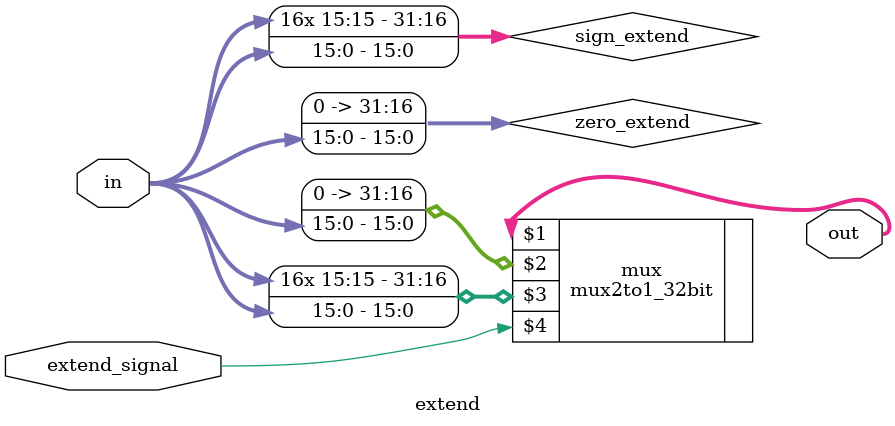
<source format=v>
module extend(output [31:0] out,
				  input [15:0] in,
				  input extend_signal);
	wire [31:0]zero_extend,one_extend,sign_extend;
	wire cout,v;
	
	or(sign_extend[0],in[0],1'b0); or(sign_extend[1],in[1],1'b0); or(sign_extend[2],in[2],1'b0); or(sign_extend[3],in[3],1'b0);
	or(sign_extend[4],in[4],1'b0); or(sign_extend[5],in[5],1'b0); or(sign_extend[6],in[6],1'b0); or(sign_extend[7],in[7],1'b0);
	or(sign_extend[8],in[8],1'b0); or(sign_extend[9],in[9],1'b0); or(sign_extend[10],in[10],1'b0); or(sign_extend[11],in[11],1'b0);
	or(sign_extend[12],in[12],1'b0); or(sign_extend[13],in[13],1'b0); or(sign_extend[14],in[14],1'b0); or(sign_extend[15],in[15],1'b0);
	or(sign_extend[16],in[15],1'b0); or(sign_extend[17],in[15],1'b0); or(sign_extend[18],in[15],1'b0); or(sign_extend[19],in[15],1'b0);
	or(sign_extend[20],in[15],1'b0); or(sign_extend[21],in[15],1'b0); or(sign_extend[22],in[15],1'b0); or(sign_extend[23],in[15],1'b0);
	or(sign_extend[24],in[15],1'b0); or(sign_extend[25],in[15],1'b0); or(sign_extend[26],in[15],1'b0); or(sign_extend[27],in[15],1'b0);
	or(sign_extend[28],in[15],1'b0); or(sign_extend[29],in[15],1'b0); or(sign_extend[30],in[15],1'b0); or(sign_extend[31],in[15],1'b0);
	
	or(zero_extend[0],in[0],1'b0); or(zero_extend[1],in[1],1'b0); or(zero_extend[2],in[2],1'b0); or(zero_extend[3],in[3],1'b0);
	or(zero_extend[4],in[4],1'b0); or(zero_extend[5],in[5],1'b0); or(zero_extend[6],in[6],1'b0); or(zero_extend[7],in[7],1'b0);
	or(zero_extend[8],in[8],1'b0); or(zero_extend[9],in[9],1'b0); or(zero_extend[10],in[10],1'b0); or(zero_extend[11],in[11],1'b0);
	or(zero_extend[12],in[12],1'b0); or(zero_extend[13],in[13],1'b0); or(zero_extend[14],in[14],1'b0); or(zero_extend[15],in[15],1'b0);
	or(zero_extend[16],1'b0,1'b0); or(zero_extend[17],1'b0,1'b0); or(zero_extend[18],1'b0,1'b0); or(zero_extend[19],1'b0,1'b0);
	or(zero_extend[20],1'b0,1'b0); or(zero_extend[21],1'b0,1'b0); or(zero_extend[22],1'b0,1'b0); or(zero_extend[23],1'b0,1'b0);
	or(zero_extend[24],1'b0,1'b0); or(zero_extend[25],1'b0,1'b0); or(zero_extend[26],1'b0,1'b0); or(zero_extend[27],1'b0,1'b0);
	or(zero_extend[28],1'b0,1'b0); or(zero_extend[29],1'b0,1'b0); or(zero_extend[30],1'b0,1'b0); or(zero_extend[31],1'b0,1'b0);
	
	mux2to1_32bit mux(out,zero_extend,sign_extend,extend_signal);
	
endmodule
</source>
